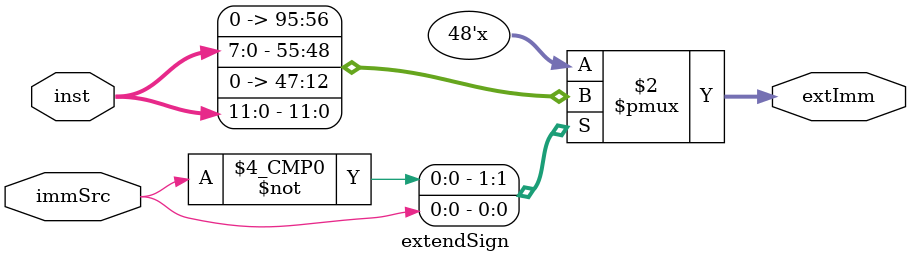
<source format=sv>
module extendSign (input logic [11:0] inst, input logic  immSrc, output logic [47:0] extImm);


	always_comb
		case(immSrc)
			// 8-bit unsigned immediate
			1'b0: extImm = {40'b0, inst[7:0]};
			// 12-bit unsigned immediate
			1'b1: extImm = {36'b0, inst[11:0]};
			
		default: extImm = 24'bx; // undefined
	endcase
endmodule 
</source>
